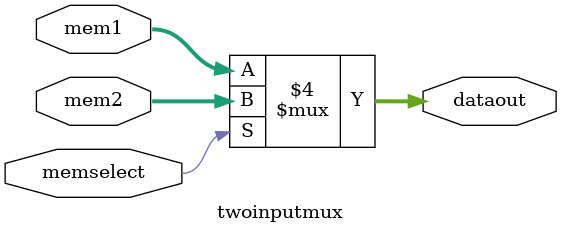
<source format=sv>
`timescale 1ns / 1ps


module twoinputmux(
input logic [15:0]mem1,
input logic [15:0]mem2,
input logic memselect,
output logic [15:0]dataout
);

always_comb
begin
    if(~memselect) //mem1
        dataout = mem1;   
    else
        dataout = mem2; //mem2
end
endmodule

</source>
